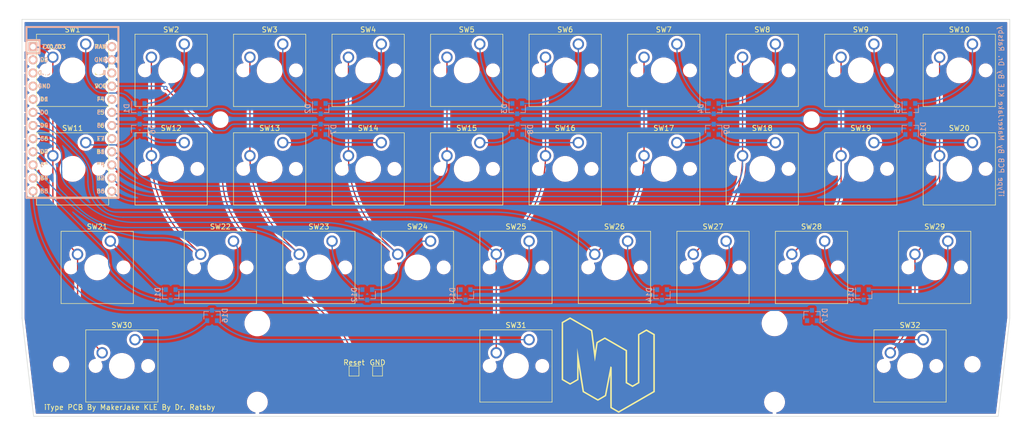
<source format=kicad_pcb>
(kicad_pcb (version 20211014) (generator pcbnew)
  (layers (0 "F.Cu" signal) (31 "B.Cu" signal) (34 "B.Paste" user) (35 "F.Paste" user) (36 "B.SilkS" user "B.Silkscreen") (37 "F.SilkS" user "F.Silkscreen") (38 "B.Mask" user) (39 "F.Mask" user) (44 "Edge.Cuts" user))
  (net 0 "")
  (net 1 "Col9")
  (net 2 "Net-(D1-Pad2)")
  (net 3 "Net-(D1-Pad1)")
  (net 4 "Net-(D2-Pad2)")
  (net 5 "Net-(D2-Pad1)")
  (net 6 "Net-(D3-Pad2)")
  (net 7 "Net-(D3-Pad1)")
  (net 8 "Net-(D4-Pad2)")
  (net 9 "Net-(D4-Pad1)")
  (net 10 "Net-(D5-Pad2)")
  (net 11 "Net-(D5-Pad1)")
  (net 12 "Row0")
  (net 13 "Net-(D6-Pad2)")
  (net 14 "Net-(D6-Pad1)")
  (net 15 "Row1")
  (net 16 "Row2")
  (net 17 "Row3")
  (net 18 "Col0")
  (net 19 "Col1")
  (net 20 "Col2")
  (net 21 "Col3")
  (net 22 "Col4")
  (net 23 "Col5")
  (net 24 "Net-(D11-Pad2)")
  (net 25 "Net-(D11-Pad1)")
  (net 26 "Net-(D12-Pad2)")
  (net 27 "Net-(D12-Pad1)")
  (net 28 "Net-(D13-Pad2)")
  (net 30 "Net-(D14-Pad2)")
  (net 31 "Net-(D14-Pad1)")
  (net 32 "Net-(D15-Pad2)")
  (net 33 "Net-(D15-Pad1)")
  (net 34 "Col6")
  (net 35 "Col7")
  (net 36 "Col8")
  (net 37 "rst")
  (net 38 "GND")
  (net 47 "Net-(SW13-Pad1)")
  (net 48 "Net-(SW14-Pad1)")
  (net 49 "Net-(SW15-Pad1)")
  (net 50 "Net-(SW16-Pad1)")
  (net 51 "Net-(SW17-Pad1)")
  (net 52 "Net-(SW18-Pad1)")
  (net 53 "Net-(SW19-Pad1)")
  (net 54 "Net-(SW20-Pad1)")
  (net 55 "Net-(SW30-Pad1)")
  (net 56 "Net-(SW31-Pad1)")
  (net 58 "Net-(SW32-Pad1)")
  (footprint "Button_Switch_Keyboard:SW_Cherry_MX_1.00u_PCB" (layer "F.Cu") (at 29.591 11.43)
    (fp_text reference "SW1")
    (fp_text value "Switch_SW_Push")
  )
  (footprint "Button_Switch_Keyboard:SW_Cherry_MX_1.00u_PCB" (layer "F.Cu") (at 162.941 11.43)
    (fp_text reference "SW8")
    (fp_text value "Switch_SW_Push")
  )
  (footprint "Button_Switch_Keyboard:SW_Cherry_MX_1.00u_PCB" (layer "F.Cu") (at 153.416 49.53)
    (fp_text reference "SW27")
    (fp_text value "Switch_SW_Push")
  )
  (footprint "Button_Switch_Keyboard:SW_Cherry_MX_1.00u_PCB" (layer "F.Cu") (at 181.991 11.43)
    (fp_text reference "SW9")
    (fp_text value "Switch_SW_Push")
  )
  (footprint "Button_Switch_Keyboard:SW_Cherry_MX_1.00u_PCB" (layer "F.Cu") (at 29.591 30.48)
    (fp_text reference "SW11")
    (fp_text value "Switch_SW_Push")
  )
  (footprint "Button_Switch_Keyboard:SW_Cherry_MX_1.00u_PCB" (layer "F.Cu") (at 181.991 30.48)
    (fp_text reference "SW19")
    (fp_text value "Switch_SW_Push")
  )
  (footprint "Keebio-Parts:ArduinoProMicro" (layer "F.Cu") (at 27.016 25.905 -90)
    (fp_text reference "U1" hide)
    (fp_text value "Switch_ProMicro" hide)
  )
  (footprint "Button_Switch_Keyboard:SW_Cherry_MX_1.00u_PCB" (layer "F.Cu") (at 143.891 30.48)
    (fp_text reference "SW17")
    (fp_text value "Switch_SW_Push")
  )
  (footprint "Button_Switch_Keyboard:SW_Cherry_MX_1.00u_PCB" (layer "F.Cu") (at 134.366 49.53)
    (fp_text reference "SW26")
    (fp_text value "Switch_SW_Push")
  )
  (footprint "Button_Switch_Keyboard:SW_Cherry_MX_1.00u_PCB" (layer "F.Cu") (at 86.741 30.48)
    (fp_text reference "SW14")
    (fp_text value "Switch_SW_Push")
  )
  (footprint "MountingHole:MountingHole_2.2mm_M2" (layer "F.Cu") (at 201.041 73.3425)
    (fp_text reference "REF**" hide)
    (fp_text value "MountingHole_2.2mm_M2")
  )
  (footprint "Button_Switch_Keyboard:SW_Cherry_MX_1.50u_PCB" (layer "F.Cu") (at 196.2785 49.53)
    (fp_text reference "SW29")
    (fp_text value "Switch_SW_Push")
  )
  (footprint "Button_Switch_Keyboard:SW_Cherry_MX_1.00u_PCB" (layer "F.Cu") (at 124.841 11.43)
    (fp_text reference "SW6")
    (fp_text value "Switch_SW_Push")
  )
  (footprint "Button_Switch_Keyboard:SW_Cherry_MX_1.00u_PCB" (layer "F.Cu") (at 96.266 49.53)
    (fp_text reference "SW24")
    (fp_text value "Switch_SW_Push")
  )
  (footprint "MountingHole:MountingHole_2.2mm_M2" (layer "F.Cu") (at 24.8285 73.3425)
    (fp_text reference "REF**" hide)
    (fp_text value "MountingHole_2.2mm_M2")
  )
  (footprint "Button_Switch_Keyboard:SW_Cherry_MX_1.00u_PCB" (layer "F.Cu") (at 172.466 49.53)
    (fp_text reference "SW28")
    (fp_text value "Switch_SW_Push")
  )
  (footprint "Button_Switch_Keyboard:SW_Cherry_MX_1.00u_PCB" (layer "F.Cu") (at 86.741 11.43)
    (fp_text reference "SW4")
    (fp_text value "Switch_SW_Push")
  )
  (footprint "MountingHole:MountingHole_2.2mm_M2" (layer "F.Cu") (at 55.626 26.035)
    (fp_text reference "REF**" hide)
    (fp_text value "MountingHole_2.2mm_M2")
  )
  (footprint "Button_Switch_Keyboard:SW_Cherry_MX_1.00u_PCB" (layer "F.Cu") (at 105.791 11.43)
    (fp_text reference "SW5")
    (fp_text value "Switch_SW_Push")
  )
  (footprint "Button_Switch_Keyboard:SW_Cherry_MX_1.00u_PCB" (layer "F.Cu") (at 124.841 30.48)
    (fp_text reference "SW16")
    (fp_text value "Switch_SW_Push")
  )
  (footprint "Button_Switch_Keyboard:SW_Cherry_MX_1.75u_PCB" (layer "F.Cu") (at 191.516 68.58)
    (fp_text reference "SW32")
    (fp_text value "Switch_SW_Push")
  )
  (footprint "Button_Switch_Keyboard:SW_Cherry_MX_1.00u_PCB" (layer "F.Cu") (at 48.641 11.43)
    (fp_text reference "SW2")
    (fp_text value "Switch_SW_Push")
  )
  (footprint "Button_Switch_Keyboard:SW_Cherry_MX_1.00u_PCB" (layer "F.Cu") (at 201.041 11.43)
    (fp_text reference "SW10")
    (fp_text value "Switch_SW_Push")
  )
  (footprint "Button_Switch_Keyboard:SW_Cherry_MX_1.00u_PCB" (layer "F.Cu") (at 105.791 30.48)
    (fp_text reference "SW15")
    (fp_text value "Switch_SW_Push")
  )
  (footprint "Button_Switch_Keyboard:SW_Cherry_MX_1.00u_PCB" (layer "F.Cu") (at 162.941 30.48)
    (fp_text reference "SW18")
    (fp_text value "Switch_SW_Push")
  )
  (footprint "Button_Switch_Keyboard:SW_Cherry_MX_1.00u_PCB" (layer "F.Cu") (at 67.691 11.43)
    (fp_text reference "SW3")
    (fp_text value "Switch_SW_Push")
  )
  (footprint "TestPoint:TestPoint_Pad_1.5x1.5mm" (layer "F.Cu") (at 86.016 74.655)
    (fp_text reference "GND")
    (fp_text value "TestPoint")
  )
  (footprint "TestPoint:TestPoint_Pad_1.5x1.5mm" (layer "F.Cu") (at 81.466 74.655)
    (fp_text reference "Reset")
    (fp_text value "TestPoint")
  )
  (footprint "Button_Switch_Keyboard:SW_Cherry_MX_1.00u_PCB" (layer "F.Cu") (at 67.691 30.48)
    (fp_text reference "SW13")
    (fp_text value "Switch_SW_Push")
  )
  (footprint "Button_Switch_Keyboard:SW_Cherry_MX_6.25u_PCB" (layer "F.Cu") (at 115.316 68.58)
    (fp_text reference "SW31")
    (fp_text value "Switch_SW_Push")
  )
  (footprint "Button_Switch_Keyboard:SW_Cherry_MX_1.00u_PCB" (layer "F.Cu") (at 143.891 11.43)
    (fp_text reference "SW7")
    (fp_text value "Switch_SW_Push")
  )
  (footprint "Button_Switch_Keyboard:SW_Cherry_MX_1.00u_PCB" (layer "F.Cu") (at 77.216 49.53)
    (fp_text reference "SW23")
    (fp_text value "Switch_SW_Push")
  )
  (footprint "Button_Switch_Keyboard:SW_Cherry_MX_1.00u_PCB" (layer "F.Cu") (at 58.166 49.53)
    (fp_text reference "SW22")
    (fp_text value "Switch_SW_Push")
  )
  (footprint "Button_Switch_Keyboard:SW_Cherry_MX_1.00u_PCB" (layer "F.Cu") (at 48.641 30.48)
    (fp_text reference "SW12")
    (fp_text value "Switch_SW_Push")
  )
  (footprint "cubepattern:MakerJakeLogo" (layer "F.Cu") (at 130.826 74.91)
    (fp_text reference "G***" hide)
    (fp_text value "LOGO" hide)
  )
  (footprint "Button_Switch_Keyboard:SW_Cherry_MX_1.00u_PCB" (layer "F.Cu") (at 115.316 49.53)
    (fp_text reference "SW25")
    (fp_text value "Switch_SW_Push")
  )
  (footprint "Button_Switch_Keyboard:SW_Cherry_MX_1.50u_PCB" (layer "F.Cu") (at 34.3535 49.53)
    (fp_text reference "SW21")
    (fp_text value "Switch_SW_Push")
  )
  (footprint "Button_Switch_Keyboard:SW_Cherry_MX_1.75u_PCB" (layer "F.Cu") (at 39.116 68.58)
    (fp_text reference "SW30")
    (fp_text value "Switch_SW_Push")
  )
  (footprint "Button_Switch_Keyboard:SW_Cherry_MX_1.00u_PCB" (layer "F.Cu") (at 201.041 30.48)
    (fp_text reference "SW20")
    (fp_text value "Switch_SW_Push")
  )
  (footprint "MountingHole:MountingHole_2.2mm_M2" (layer "F.Cu") (at 169.926 26.035)
    (fp_text reference "REF**" hide)
    (fp_text value "MountingHole_2.2mm_M2")
  )
  (footprint "Package_TO_SOT_SMD:SOT-23" (layer "B.Cu") (at 189.016 27.905 90)
    (fp_text reference "D10")
    (fp_text value "BAV70")
  )
  (footprint "Package_TO_SOT_SMD:SOT-23" (layer "B.Cu") (at 75.016 27.905 90)
    (fp_text reference "D7")
    (fp_text value "BAV70")
  )
  (footprint "Package_TO_SOT_SMD:SOT-23" (layer "B.Cu") (at 40.016 23.905 -90)
    (fp_text reference "D1")
    (fp_text value "BAV70")
  )
  (footprint "Package_TO_SOT_SMD:SOT-23" (layer "B.Cu") (at 151.016 23.905 -90)
    (fp_text reference "D4")
    (fp_text value "BAV70")
  )
  (footprint "Package_TO_SOT_SMD:SOT-23" (layer "B.Cu") (at 46.016 59.905 -90)
    (fp_text reference "D11")
    (fp_text value "BAV70")
  )
  (footprint "Package_TO_SOT_SMD:SOT-23" (layer "B.Cu") (at 189.016 23.905 -90)
    (fp_text reference "D5")
    (fp_text value "BAV70")
  )
  (footprint "Package_TO_SOT_SMD:SOT-23" (layer "B.Cu") (at 75.016 23.905 -90)
    (fp_text reference "D2")
    (fp_text value "BAV70")
  )
  (footprint "Package_TO_SOT_SMD:SOT-23" (layer "B.Cu") (at 40.016 27.905 90)
    (fp_text reference "D6")
    (fp_text value "BAV70")
  )
  (footprint "Package_TO_SOT_SMD:SOT-23" (layer "B.Cu") (at 170.016 63.905 90)
    (fp_text reference "D17")
    (fp_text value "BAV70")
  )
  (footprint "Package_TO_SOT_SMD:SOT-23" (layer "B.Cu") (at 141.016 59.905 -90)
    (fp_text reference "D14")
    (fp_text value "BAV70")
  )
  (footprint "Package_TO_SOT_SMD:SOT-23" (layer "B.Cu") (at 113.066 27.905 90)
    (fp_text reference "D8")
    (fp_text value "BAV70")
  )
  (footprint "Package_TO_SOT_SMD:SOT-23" (layer "B.Cu") (at 151.016 27.905 90)
    (fp_text reference "D9")
    (fp_text value "BAV70")
  )
  (footprint "Package_TO_SOT_SMD:SOT-23" (layer "B.Cu") (at 180.016 59.905 -90)
    (fp_text reference "D15")
    (fp_text value "BAV70")
  )
  (footprint "Package_TO_SOT_SMD:SOT-23" (layer "B.Cu") (at 84.016 59.905 -90)
    (fp_text reference "D12")
    (fp_text value "BAV70")
  )
  (footprint "Package_TO_SOT_SMD:SOT-23" (layer "B.Cu") (at 103.016 59.905 -90)
    (fp_text reference "D13")
    (fp_text value "BAV70")
  )
  (footprint "Package_TO_SOT_SMD:SOT-23" (layer "B.Cu") (at 113.016 23.905 -90)
    (fp_text reference "D3")
    (fp_text value "BAV70")
  )
  (footprint "Package_TO_SOT_SMD:SOT-23" (layer "B.Cu") (at 54.016 63.905 90)
    (fp_text reference "D16")
    (fp_text value "BAV70")
  )
  (gr_line (start 208.266 6.655) (end 208.266 64.405) (layer "Edge.Cuts") (width 0.1))
  (gr_line (start 17.266 6.655) (end 208.266 6.655) (layer "Edge.Cuts") (width 0.1))
  (gr_line (start 19.516 83.405) (end 17.266 64.405) (layer "Edge.Cuts") (width 0.1))
  (gr_line (start 17.266 64.405) (end 17.266 6.655) (layer "Edge.Cuts") (width 0.1))
  (gr_line (start 206.016 83.405) (end 19.516 83.405) (layer "Edge.Cuts") (width 0.1))
  (gr_line (start 208.266 64.405) (end 206.016 83.405) (layer "Edge.Cuts") (width 0.1))
  (gr_text "iType PCB By MakerJake KLE By Dr. Ratsby" (at 206.576 24.41 -90) (layer "B.SilkS") (effects (font (size 1 1)) (justify mirror)))
  (gr_text "iType PCB By MakerJake KLE By Dr. Ratsby" (at 38.076 81.66) (layer "F.SilkS") (effects (font (size 1 1))))
  (segment (start 194.691 33.02) (end 194.691 40.572308) (width 0.25) (layer "F.Cu") (net 1))
  (segment (start 194.691 13.97) (end 194.691 33.02) (width 0.25) (layer "F.Cu") (net 1))
  (segment (start 189.9285 52.07) (end 189.9285 59.622308) (width 0.25) (layer "F.Cu") (net 1))
  (arc (start 194.691 40.572308) (mid 193.453267 46.794814) (end 189.9285 52.07) (width 0.25) (layer "F.Cu") (net 1))
  (arc (start 189.9285 59.622308) (mid 188.690767 65.844814) (end 185.166 71.12) (width 0.25) (layer "F.Cu") (net 1))
  (segment (start 39.536853 41.905) (end 184.359146 41.905) (width 0.25) (layer "B.Cu") (net 1))
  (segment (start 194.691 36.275406) (end 194.691 33.02) (width 0.25) (layer "B.Cu") (net 1))
  (segment (start 193.761625 38.156291) (end 194.016 37.905) (width 0.25) (layer "B.Cu") (net 1))
  (arc (start 194.016 37.905) (mid 194.515573 37.157337) (end 194.691 36.275406) (width 0.25) (layer "B.Cu") (net 1))
  (arc (start 184.359146 41.905) (mid 189.585397 40.865434) (end 194.016 37.905) (width 0.25) (layer "B.Cu") (net 1))
  (arc (start 34.636 39.875) (mid 36.88453 41.37742) (end 39.536853 41.905) (width 0.25) (layer "B.Cu") (net 1))
  (segment (start 46.172675 20.748324) (end 47.016 19.905) (width 0.25) (layer "B.Cu") (net 2))
  (segment (start 48.641 15.981903) (end 48.641 11.43) (width 0.25) (layer "B.Cu") (net 2))
  (arc (start 40.966 22.905) (mid 43.783832 22.344498) (end 46.172675 20.748324) (width 0.25) (layer "B.Cu") (net 2))
  (arc (start 47.016 19.905) (mid 48.218677 18.105069) (end 48.641 15.981903) (width 0.25) (layer "B.Cu") (net 2))
  (segment (start 29.591 16.464746) (end 29.591 11.43) (width 0.25) (layer "B.Cu") (net 3))
  (segment (start 37.797151 21.636151) (end 39.066 22.905) (width 0.25) (layer "B.Cu") (net 3))
  (segment (start 33.027311 20.893689) (end 36.004689 20.893689) (width 0.25) (layer "B.Cu") (net 3))
  (segment (start 31.281586 20.170586) (end 31.016 19.905) (width 0.25) (layer "B.Cu") (net 3))
  (arc (start 36.004689 20.893689) (mid 36.974762 21.086649) (end 37.797151 21.636151) (width 0.25) (layer "B.Cu") (net 3))
  (arc (start 33.027311 20.893689) (mid 32.082531 20.705761) (end 31.281586 20.170586) (width 0.25) (layer "B.Cu") (net 3))
  (arc (start 31.016 19.905) (mid 29.961346 18.326598) (end 29.591 16.464746) (width 0.25) (layer "B.Cu") (net 3))
  (segment (start 75.966 22.905) (end 77.77336 22.905) (width 0.25) (layer "B.Cu") (net 4))
  (segment (start 86.741 15.740482) (end 86.741 11.43) (width 0.25) (layer "B.Cu") (net 4))
  (segment (start 84.79566 20.122266) (end 85.016 19.905) (width 0.25) (layer "B.Cu") (net 4))
  (arc (start 85.016 19.905) (mid 86.292687 17.994304) (end 86.741 15.740482) (width 0.25) (layer "B.Cu") (net 4))
  (arc (start 77.77336 22.905) (mid 81.693048 22.125326) (end 85.016 19.905) (width 0.25) (layer "B.Cu") (net 4))
  (segment (start 72.273538 22.162538) (end 69.016 18.905) (width 0.25) (layer "B.Cu") (net 5))
  (segment (start 67.691 15.706168) (end 67.691 11.43) (width 0.25) (layer "B.Cu") (net 5))
  (arc (start 69.016 18.905) (mid 68.035357 17.437364) (end 67.691 15.706168) (width 0.25) (layer "B.Cu") (net 5))
  (arc (start 74.066 22.905) (mid 73.095927 22.71204) (end 72.273538 22.162538) (width 0.25) (layer "B.Cu") (net 5))
  (segment (start 124.841 15.499061) (end 124.841 11.43) (width 0.25) (layer "B.Cu") (net 6))
  (segment (start 122.79566 20.122266) (end 123.016 19.905) (width 0.25) (layer "B.Cu") (net 6))
  (segment (start 113.966 22.905) (end 115.77336 22.905) (width 0.25) (layer "B.Cu") (net 6))
  (arc (start 123.016 19.905) (mid 124.366698 17.883538) (end 124.841 15.499061) (width 0.25) (layer "B.Cu") (net 6))
  (arc (start 115.77336 22.905) (mid 119.693048 22.125326) (end 123.016 19.905) (width 0.25) (layer "B.Cu") (net 6))
  (segment (start 105.791 11.43) (end 105.791 11.704948) (width 0.25) (layer "B.Cu") (net 7))
  (segment (start 110.016 21.905) (end 110.273537 22.162537) (width 0.25) (layer "B.Cu") (net 7))
  (arc (start 110.273537 22.162537) (mid 111.095926 22.71204) (end 112.066 22.905) (width 0.25) (layer "B.Cu") (net 7))
  (arc (start 105.791 11.704948) (mid 106.889041 17.225176) (end 110.016 21.905) (width 0.25) (layer "B.Cu") (net 7))
  (segment (start 151.966 22.905) (end 152.359146 22.905) (width 0.25) (layer "B.Cu") (net 8))
  (segment (start 161.761625 19.156291) (end 162.016 18.905) (width 0.25) (layer "B.Cu") (net 8))
  (segment (start 162.941 16.671853) (end 162.941 11.43) (width 0.25) (layer "B.Cu") (net 8))
  (arc (start 162.016 18.905) (mid 162.7006 17.880424) (end 162.941 16.671853) (width 0.25) (layer "B.Cu") (net 8))
  (arc (start 152.359146 22.905) (mid 157.585397 21.865434) (end 162.016 18.905) (width 0.25) (layer "B.Cu") (net 8))
  (segment (start 148.016 21.905) (end 148.273537 22.162537) (width 0.25) (layer "B.Cu") (net 9))
  (segment (start 143.891 11.43) (end 143.891 11.94637) (width 0.25) (layer "B.Cu") (net 9))
  (arc (start 148.273537 22.162537) (mid 149.095926 22.71204) (end 150.066 22.905) (width 0.25) (layer "B.Cu") (net 9))
  (arc (start 143.891 11.94637) (mid 144.963052 17.335941) (end 148.016 21.905) (width 0.25) (layer "B.Cu") (net 9))
  (segment (start 189.966 22.905) (end 190.359146 22.905) (width 0.25) (layer "B.Cu") (net 10))
  (segment (start 199.761625 19.156291) (end 200.016 18.905) (width 0.25) (layer "B.Cu") (net 10))
  (segment (start 201.041 16.430432) (end 201.041 11.43) (width 0.25) (layer "B.Cu") (net 10))
  (arc (start 200.016 18.905) (mid 200.774611 17.769659) (end 201.041 16.430432) (width 0.25) (layer "B.Cu") (net 10))
  (arc (start 190.359146 22.905) (mid 195.585397 21.865434) (end 200.016 18.905) (width 0.25) (layer "B.Cu") (net 10))
  (segment (start 186.016 21.905) (end 186.273537 22.162537) (width 0.25) (layer "B.Cu") (net 11))
  (segment (start 181.991 11.43) (end 181.991 12.187791) (width 0.25) (layer "B.Cu") (net 11))
  (arc (start 181.991 12.187791) (mid 183.037063 17.446706) (end 186.016 21.905) (width 0.25) (layer "B.Cu") (net 11))
  (arc (start 186.273537 22.162537) (mid 187.095926 22.71204) (end 188.066 22.905) (width 0.25) (layer "B.Cu") (net 11))
  (segment (start 189.016 24.905) (end 172.521035 24.905) (width 0.25) (layer "B.Cu") (net 12))
  (segment (start 52.880965 24.905) (end 40.016 24.905) (width 0.25) (layer "B.Cu") (net 12))
  (segment (start 168.326 24.41) (end 168.191625 24.544375) (width 0.25) (layer "B.Cu") (net 12))
  (segment (start 35.287837 24.905) (end 40.016 24.905) (width 0.25) (layer "B.Cu") (net 12))
  (segment (start 55.868894 23.91) (end 55.283106 23.91) (width 0.25) (layer "B.Cu") (net 12))
  (segment (start 170.118894 23.91) (end 169.533106 23.91) (width 0.25) (layer "B.Cu") (net 12))
  (segment (start 167.321 24.905) (end 58.271035 24.905) (width 0.25) (layer "B.Cu") (net 12))
  (arc (start 34.636 24.635) (mid 34.935065 24.834829) (end 35.287837 24.905) (width 0.25) (layer "B.Cu") (net 12))
  (arc (start 168.191625 24.544375) (mid 167.79218 24.811276) (end 167.321 24.905) (width 0.25) (layer "B.Cu") (net 12))
  (arc (start 58.271035 24.905) (mid 57.624287 24.776354) (end 57.076 24.41) (width 0.25) (layer "B.Cu") (net 12))
  (arc (start 172.521035 24.905) (mid 171.874287 24.776354) (end 171.326 24.41) (width 0.25) (layer "B.Cu") (net 12))
  (arc (start 57.076 24.41) (mid 56.522175 24.039946) (end 55.868894 23.91) (width 0.25) (layer "B.Cu") (net 12))
  (arc (start 169.533106 23.91) (mid 168.879825 24.039946) (end 168.326 24.41) (width 0.25) (layer "B.Cu") (net 12))
  (arc (start 55.283106 23.91) (mid 54.629825 24.039946) (end 54.076 24.41) (width 0.25) (layer "B.Cu") (net 12))
  (arc (start 171.326 24.41) (mid 170.772175 24.039946) (end 170.118894 23.91) (width 0.25) (layer "B.Cu") (net 12))
  (arc (start 54.076 24.41) (mid 53.527714 24.776353) (end 52.880965 24.905) (width 0.25) (layer "B.Cu") (net 12))
  (segment (start 39.066 28.905) (end 37.808462 30.162538) (width 0.25) (layer "B.Cu") (net 13))
  (segment (start 30.027311 30.916311) (end 35.988693 30.916311) (width 0.25) (layer "B.Cu") (net 13))
  (segment (start 29.591 30.48) (end 30.027311 30.916311) (width 0.25) (layer "B.Cu") (net 13))
  (arc (start 37.808462 30.162538) (mid 36.986074 30.71204) (end 36.016 30.905) (width 0.25) (layer "B.Cu") (net 13))
  (arc (start 35.988693 30.916311) (mid 36.003471 30.913372) (end 36.016 30.905) (width 0.25) (layer "B.Cu") (net 13))
  (segment (start 44.768386 30.48) (end 48.641 30.48) (width 0.25) (layer "B.Cu") (net 14))
  (arc (start 40.966 28.905) (mid 42.710549 30.070671) (end 44.768386 30.48) (width 0.25) (layer "B.Cu") (net 14))
  (segment (start 57.477446 27.258553) (end 56.85633 27.87967) (width 0.25) (layer "B.Cu") (net 15))
  (segment (start 168.576 27.66) (end 168.344259 27.428259) (width 0.25) (layer "B.Cu") (net 15))
  (segment (start 52.821 26.905) (end 40.016 26.905) (width 0.25) (layer "B.Cu") (net 15))
  (segment (start 172.154224 27.081777) (end 171.576 27.66) (width 0.25) (layer "B.Cu") (net 15))
  (segment (start 170.368894 28.16) (end 169.783106 28.16) (width 0.25) (layer "B.Cu") (net 15))
  (segment (start 40.016 26.905) (end 35.287837 26.905) (width 0.25) (layer "B.Cu") (net 15))
  (segment (start 53.868893 27.702893) (end 53.247777 27.081777) (width 0.25) (layer "B.Cu") (net 15))
  (segment (start 189.016 26.905) (end 172.581 26.905) (width 0.25) (layer "B.Cu") (net 15))
  (segment (start 56.179554 28.16) (end 54.972446 28.16) (width 0.25) (layer "B.Cu") (net 15))
  (segment (start 167.081 26.905) (end 58.331 26.905) (width 0.25) (layer "B.Cu") (net 15))
  (arc (start 54.972446 28.16) (mid 54.375208 28.041202) (end 53.868893 27.702893) (width 0.25) (layer "B.Cu") (net 15))
  (arc (start 172.581 26.905) (mid 172.35003 26.950943) (end 172.154224 27.081777) (width 0.25) (layer "B.Cu") (net 15))
  (arc (start 56.85633 27.87967) (mid 56.545823 28.087144) (end 56.179554 28.16) (width 0.25) (layer "B.Cu") (net 15))
  (arc (start 171.576 27.66) (mid 171.022175 28.030054) (end 170.368894 28.16) (width 0.25) (layer "B.Cu") (net 15))
  (arc (start 168.344259 27.428259) (mid 167.764672 27.04099) (end 167.081 26.905) (width 0.25) (layer "B.Cu") (net 15))
  (arc (start 169.783106 28.16) (mid 169.129825 28.030054) (end 168.576 27.66) (width 0.25) (layer "B.Cu") (net 15))
  (arc (start 58.331 26.905) (mid 57.86906 26.996886) (end 57.477446 27.258553) (width 0.25) (layer "B.Cu") (net 15))
  (arc (start 53.247777 27.081777) (mid 53.05197 26.950943) (end 52.821 26.905) (width 0.25) (layer "B.Cu") (net 15))
  (arc (start 35.287837 26.905) (mid 34.935066 26.97517) (end 34.636 27.175) (width 0.25) (layer "B.Cu") (net 15))
  (segment (start 180.016 60.905) (end 46.016 60.905) (width 0.25) (layer "B.Cu") (net 16))
  (segment (start 35.77336 56.662359) (end 35.016 55.905) (width 0.25) (layer "B.Cu") (net 16))
  (segment (start 34.016 53.490787) (end 34.016 52.905) (width 0.25) (layer "B.Cu") (net 16))
  (segment (start 33.308893 51.197893) (end 19.481356 37.370356) (width 0.25) (layer "B.Cu") (net 16))
  (arc (start 19.481356 37.370356) (mid 19.442195 37.344189) (end 19.396 37.335) (width 0.25) (layer "B.Cu") (net 16))
  (arc (start 34.016 52.905) (mid 33.832229 51.98112) (end 33.308893 51.197893) (width 0.25) (layer "B.Cu") (net 16))
  (arc (start 35.016 55.905) (mid 34.275892 54.79735) (end 34.016 53.490787) (width 0.25) (layer "B.Cu") (net 16))
  (arc (start 46.016 60.905) (mid 40.472723 59.802374) (end 35.77336 56.662359) (width 0.25) (layer "B.Cu") (net 16))
  (segment (start 54.016 62.905) (end 37.672854 62.905) (width 0.25) (layer "B.Cu") (net 17))
  (segment (start 54.016 62.905) (end 170.016 62.905) (width 0.25) (layer "B.Cu") (net 17))
  (segment (start 28.016 58.905) (end 26.756982 57.645982) (width 0.25) (layer "B.Cu") (net 17))
  (arc (start 37.672854 62.905) (mid 32.446603 61.865434) (end 28.016 58.905) (width 0.25) (layer "B.Cu") (net 17))
  (arc (start 26.756982 57.645982) (mid 21.309057 49.492587) (end 19.396 39.875) (width 0.25) (layer "B.Cu") (net 17))
  (segment (start 28.016 52.100177) (end 28.016 59.652486) (width 0.25) (layer "F.Cu") (net 18))
  (segment (start 23.241 33.02) (end 23.241 40.572308) (width 0.25) (layer "F.Cu") (net 18))
  (segment (start 23.241 13.97) (end 23.241 33.02) (width 0.25) (layer "F.Cu") (net 18))
  (arc (start 28.0035 52.07) (mid 28.012751 52.083844) (end 28.016 52.100177) (width 0.25) (layer "F.Cu") (net 18))
  (arc (start 23.241 40.572308) (mid 24.478733 46.794814) (end 28.0035 52.07) (width 0.25) (layer "F.Cu") (net 18))
  (arc (start 28.016 59.652486) (mid 29.250484 65.858659) (end 32.766 71.12) (width 0.25) (layer "F.Cu") (net 18))
  (segment (start 22.485864 13.214863) (end 23.241 13.97) (width 0.25) (layer "B.Cu") (net 18))
  (arc (start 19.396 11.935) (mid 21.068222 12.267626) (end 22.485864 13.214863) (width 0.25) (layer "B.Cu") (net 18))
  (segment (start 49.026192 49.280192) (end 51.816 52.07) (width 0.25) (layer "F.Cu") (net 19))
  (segment (start 42.291 13.97) (end 42.291 33.02) (width 0.25) (layer "F.Cu") (net 19))
  (arc (start 42.291 33.02) (mid 44.041419 41.819952) (end 49.026192 49.280192) (width 0.25) (layer "F.Cu") (net 19))
  (segment (start 19.742482 35.631483) (end 25.944932 41.833932) (width 0.25) (layer "B.Cu") (net 19))
  (segment (start 43.016 48.905) (end 44.175015 48.905) (width 0.25) (layer "B.Cu") (net 19))
  (arc (start 44.175015 48.905) (mid 48.310286 49.727557) (end 51.816 52.07) (width 0.25) (layer "B.Cu") (net 19))
  (arc (start 25.944932 41.833932) (mid 33.777204 47.067289) (end 43.016 48.905) (width 0.25) (layer "B.Cu") (net 19))
  (arc (start 19.396 34.795) (mid 19.486048 35.247701) (end 19.742482 35.631483) (width 0.25) (layer "B.Cu") (net 19))
  (segment (start 61.341 13.97) (end 61.341 33.02) (width 0.25) (layer "F.Cu") (net 20))
  (segment (start 68.076192 49.280192) (end 70.866 52.07) (width 0.25) (layer "F.Cu") (net 20))
  (arc (start 61.341 33.02) (mid 63.091419 41.819952) (end 68.076192 49.280192) (width 0.25) (layer "F.Cu") (net 20))
  (segment (start 24.016 37.319213) (end 24.016 37.905) (width 0.25) (layer "B.Cu") (net 20))
  (segment (start 24.723106 39.612105) (end 26.430214 41.319213) (width 0.25) (layer "B.Cu") (net 20))
  (segment (start 23.016 34.905) (end 21.051894 32.940894) (width 0.25) (layer "B.Cu") (net 20))
  (segment (start 37.672854 46.905) (end 58.396587 46.905) (width 0.25) (layer "B.Cu") (net 20))
  (segment (start 26.430214 41.319213) (end 28.016 42.905) (width 0.25) (layer "B.Cu") (net 20))
  (arc (start 24.016 37.905) (mid 24.199771 38.828879) (end 24.723106 39.612105) (width 0.25) (layer "B.Cu") (net 20))
  (arc (start 23.016 34.905) (mid 23.756108 36.01265) (end 24.016 37.319213) (width 0.25) (layer "B.Cu") (net 20))
  (arc (start 58.396587 46.905) (mid 65.144984 48.24734) (end 70.866 52.07) (width 0.25) (layer "B.Cu") (net 20))
  (arc (start 28.016 42.905) (mid 32.446602 45.865434) (end 37.672854 46.905) (width 0.25) (layer "B.Cu") (net 20))
  (arc (start 21.051894 32.940894) (mid 20.292164 32.433258) (end 19.396 32.255) (width 0.25) (layer "B.Cu") (net 20))
  (segment (start 80.391 13.97) (end 80.391 33.02) (width 0.25) (layer "F.Cu") (net 21))
  (segment (start 87.126192 49.280192) (end 89.916 52.07) (width 0.25) (layer "F.Cu") (net 21))
  (arc (start 80.391 33.02) (mid 82.141419 41.819952) (end 87.126192 49.280192) (width 0.25) (layer "F.Cu") (net 21))
  (segment (start 75.032374 45.905) (end 39.016 45.905) (width 0.25) (layer "B.Cu") (net 21))
  (segment (start 28.773359 41.662359) (end 26.016 38.905) (width 0.25) (layer "B.Cu") (net 21))
  (segment (start 19.396 29.715) (end 21.143086 29.715) (width 0.25) (layer "B.Cu") (net 21))
  (segment (start 23.873251 30.765641) (end 24.016 30.905) (width 0.25) (layer "B.Cu") (net 21))
  (segment (start 24.925979 36.273457) (end 24.925979 33.101883) (width 0.25) (layer "B.Cu") (net 21))
  (arc (start 89.916 52.07) (mid 83.087334 47.507231) (end 75.032374 45.905) (width 0.25) (layer "B.Cu") (net 21))
  (arc (start 21.143086 29.715) (mid 22.697895 30.024271) (end 24.016 30.905) (width 0.25) (layer "B.Cu") (net 21))
  (arc (start 26.016 38.905) (mid 25.209265 37.697637) (end 24.925979 36.273457) (width 0.25) (layer "B.Cu") (net 21))
  (arc (start 24.925979 33.101883) (mid 24.689484 31.912939) (end 24.016 30.905) (width 0.25) (layer "B.Cu") (net 21))
  (arc (start 39.016 45.905) (mid 33.472722 44.802374) (end 28.773359 41.662359) (width 0.25) (layer "B.Cu") (net 21))
  (segment (start 99.441 13.97) (end 99.441 33.02) (width 0.25) (layer "F.Cu") (net 22))
  (segment (start 99.441 34.464746) (end 99.441 33.02) (width 0.25) (layer "B.Cu") (net 22))
  (segment (start 48.016 38.905) (end 94.187573 38.905) (width 0.25) (layer "B.Cu") (net 22))
  (segment (start 46.25864 38.905) (end 48.016 38.905) (width 0.25) (layer "B.Cu") (net 22))
  (segment (start 35.882188 32.771188) (end 39.016 35.905) (width 0.25) (layer "B.Cu") (net 22))
  (segment (start 94.187573 38.905) (end 95.601787 38.905) (width 0.25) (layer "B.Cu") (net 22))
  (segment (start 97.878502 38.038432) (end 98.016 37.905) (width 0.25) (layer "B.Cu") (net 22))
  (arc (start 34.636 32.255) (mid 35.310432 32.389153) (end 35.882188 32.771188) (width 0.25) (layer "B.Cu") (net 22))
  (arc (start 98.016 37.905) (mid 99.070655 36.326598) (end 99.441 34.464746) (width 0.25) (layer "B.Cu") (net 22))
  (arc (start 95.601787 38.905) (mid 96.908349 38.645109) (end 98.016 37.905) (width 0.25) (layer "B.Cu") (net 22))
  (arc (start 39.016 35.905) (mid 42.33895 38.125325) (end 46.25864 38.905) (width 0.25) (layer "B.Cu") (net 22))
  (segment (start 111.755808 49.280192) (end 108.966 52.07) (width 0.25) (layer "F.Cu") (net 23))
  (segment (start 118.491 13.97) (end 118.491 33.02) (width 0.25) (layer "F.Cu") (net 23))
  (segment (start 108.966 52.07) (end 108.966 71.12) (width 0.25) (layer "F.Cu") (net 23))
  (arc (start 118.491 33.02) (mid 116.740581 41.819952) (end 111.755808 49.280192) (width 0.25) (layer "F.Cu") (net 23))
  (segment (start 30.016 36.905) (end 30.016 38.076573) (width 0.25) (layer "B.Cu") (net 23))
  (segment (start 36.844427 44.905) (end 91.66816 44.905) (width 0.25) (layer "B.Cu") (net 23))
  (segment (start 31.828324 42.713411) (end 32.016 42.905) (width 0.25) (layer "B.Cu") (net 23))
  (segment (start 24.329538 29.218539) (end 28.601786 33.490786) (width 0.25) (layer "B.Cu") (net 23))
  (arc (start 19.396 27.175) (mid 22.066012 27.706098) (end 24.329538 29.218539) (width 0.25) (layer "B.Cu") (net 23))
  (arc (start 30.016 38.076573) (mid 30.535782 40.689698) (end 32.016 42.905) (width 0.25) (layer "B.Cu") (net 23))
  (arc (start 91.66816 44.905) (mid 101.029683 46.767123) (end 108.966 52.07) (width 0.25) (layer "B.Cu") (net 23))
  (arc (start 32.016 42.905) (mid 34.2313 44.385217) (end 36.844427 44.905) (width 0.25) (layer "B.Cu") (net 23))
  (arc (start 28.601786 33.490786) (mid 29.648457 35.05724) (end 30.016 36.905) (width 0.25) (layer "B.Cu") (net 23))
  (segment (start 58.308893 57.612107) (end 58.016 57.905) (width 0.25) (layer "B.Cu") (net 24))
  (segment (start 59.016 51.582081) (end 59.016 55.905) (width 0.25) (layer "B.Cu") (net 24))
  (segment (start 55.601787 58.905) (end 46.966 58.905) (width 0.25) (layer "B.Cu") (net 24))
  (arc (start 58.166 49.53) (mid 58.795092 50.471502) (end 59.016 51.582081) (width 0.25) (layer "B.Cu") (net 24))
  (arc (start 58.016 57.905) (mid 56.90835 58.645108) (end 55.601787 58.905) (width 0.25) (layer "B.Cu") (net 24))
  (arc (start 59.016 55.905) (mid 58.832229 56.82888) (end 58.308893 57.612107) (width 0.25) (layer "B.Cu") (net 24))
  (segment (start 34.3535 49.53) (end 42.782745 57.959245) (width 0.25) (layer "B.Cu") (net 25))
  (arc (start 42.782745 57.959245) (mid 43.830311 58.659207) (end 45.066 58.905) (width 0.25) (layer "B.Cu") (net 25))
  (segment (start 94.710366 49.53) (end 91.204388 53.035978) (width 0.25) (layer "B.Cu") (net 26))
  (segment (start 90.018391 55.70579) (end 90.016 55.905) (width 0.25) (layer "B.Cu") (net 26))
  (segment (start 89.308893 57.612107) (end 89.016 57.905) (width 0.25) (layer "B.Cu") (net 26))
  (segment (start 96.266 49.53) (end 94.710366 49.53) (width 0.25) (layer "B.Cu") (net 26))
  (segment (start 86.601787 58.905) (end 84.966 58.905) (width 0.25) (layer "B.Cu") (net 26))
  (arc (start 90.016 55.905) (mid 89.832229 56.82888) (end 89.308893 57.612107) (width 0.25) (layer "B.Cu") (net 26))
  (arc (start 91.204388 53.035978) (mid 90.324852 54.352296) (end 90.016 55.905) (width 0.25) (layer "B.Cu") (net 26))
  (arc (start 89.016 57.905) (mid 87.90835 58.645108) (end 86.601787 58.905) (width 0.25) (layer "B.Cu") (net 26))
  (segment (start 77.216 49.53) (end 77.216 50.145203) (width 0.25) (layer "B.Cu") (net 27))
  (segment (start 80.016 56.905) (end 81.308893 58.197893) (width 0.25) (layer "B.Cu") (net 27))
  (segment (start 83.016 58.905) (end 83.066 58.905) (width 0.25) (layer "B.Cu") (net 27))
  (arc (start 77.216 50.145203) (mid 77.943695 53.803578) (end 80.016 56.905) (width 0.25) (layer "B.Cu") (net 27))
  (arc (start 81.308893 58.197893) (mid 82.09212 58.721229) (end 83.016 58.905) (width 0.25) (layer "B.Cu") (net 27))
  (segment (start 109.187573 58.905) (end 103.966 58.905) (width 0.25) (layer "B.Cu") (net 28))
  (segment (start 115.316 49.53) (end 115.316 53.766523) (width 0.25) (layer "B.Cu") (net 28))
  (segment (start 104.016 58.905) (end 103.966 58.905) (width 0.25) (layer "B.Cu") (net 28))
  (segment (start 114.16807 56.748901) (end 114.016 56.905) (width 0.25) (layer "B.Cu") (net 28))
  (arc (start 114.016 56.905) (mid 111.8007 58.385216) (end 109.187573 58.905) (width 0.25) (layer "B.Cu") (net 28))
  (arc (start 115.316 53.766523) (mid 114.978141 55.465054) (end 114.016 56.905) (width 0.25) (layer "B.Cu") (net 28))
  (segment (start 141.966 58.905) (end 147.187573 58.905) (width 0.25) (layer "B.Cu") (net 30))
  (segment (start 152.016 56.905) (end 152.601786 56.319214) (width 0.25) (layer "B.Cu") (net 30))
  (segment (start 154.016 52.905) (end 154.016 50.978528) (width 0.25) (layer "B.Cu") (net 30))
  (arc (start 154.016 50.978528) (mid 153.860066 50.194591) (end 153.416 49.53) (width 0.25) (layer "B.Cu") (net 30))
  (arc (start 147.187573 58.905) (mid 149.800698 58.385218) (end 152.016 56.905) (width 0.25) (layer "B.Cu") (net 30))
  (arc (start 152.601786 56.319214) (mid 153.648458 54.75276) (end 154.016 52.905) (width 0.25) (layer "B.Cu") (net 30))
  (segment (start 139.430213 58.905) (end 140.066 58.905) (width 0.25) (layer "B.Cu") (net 31))
  (segment (start 136.808275 57.693958) (end 137.016 57.905) (width 0.25) (layer "B.Cu") (net 31))
  (segment (start 134.366 49.53) (end 134.366 51.507335) (width 0.25) (layer "B.Cu") (net 31))
  (arc (start 137.016 57.905) (mid 138.12365 58.645108) (end 139.430213 58.905) (width 0.25) (layer "B.Cu") (net 31))
  (arc (start 134.366 51.507335) (mid 135.054712 54.969726) (end 137.016 57.905) (width 0.25) (layer "B.Cu") (net 31))
  (segment (start 194.824411 57.092676) (end 195.016 56.905) (width 0.25) (layer "B.Cu") (net 32))
  (segment (start 180.966 58.905) (end 190.187573 58.905) (width 0.25) (layer "B.Cu") (net 32))
  (segment (start 196.2785 53.857056) (end 196.2785 49.53) (width 0.25) (layer "B.Cu") (net 32))
  (arc (start 190.187573 58.905) (mid 192.800698 58.385218) (end 195.016 56.905) (width 0.25) (layer "B.Cu") (net 32))
  (arc (start 195.016 56.905) (mid 195.950387 55.506592) (end 196.2785 53.857056) (width 0.25) (layer "B.Cu") (net 32))
  (segment (start 175.016 56.905) (end 175.566431 57.455431) (width 0.25) (layer "B.Cu") (net 33))
  (segment (start 172.466 49.53) (end 172.466 50.748756) (width 0.25) (layer "B.Cu") (net 33))
  (arc (start 175.566431 57.455431) (mid 177.172047 58.528269) (end 179.066 58.905) (width 0.25) (layer "B.Cu") (net 33))
  (arc (start 172.466 50.748756) (mid 173.128723 54.080491) (end 175.016 56.905) (width 0.25) (layer "B.Cu") (net 33))
  (segment (start 130.805808 49.280192) (end 128.016 52.07) (width 0.25) (layer "F.Cu") (net 34))
  (segment (start 137.541 13.97) (end 137.541 33.02) (width 0.25) (layer "F.Cu") (net 34))
  (arc (start 137.541 33.02) (mid 135.790581 41.819952) (end 130.805808 49.280192) (width 0.25) (layer "F.Cu") (net 34))
  (segment (start 108.303947 43.905) (end 35.430213 43.905) (width 0.25) (layer "B.Cu") (net 34))
  (segment (start 33.016 42.905) (end 32.430214 42.319214) (width 0.25) (layer "B.Cu") (net 34))
  (segment (start 28.187573 32.076573) (end 21.700595 25.589595) (width 0.25) (layer "B.Cu") (net 34))
  (segment (start 31.018099 39.115722) (end 31.016 38.905) (width 0.25) (layer "B.Cu") (net 34))
  (arc (start 35.430213 43.905) (mid 34.123651 43.645109) (end 33.016 42.905) (width 0.25) (layer "B.Cu") (net 34))
  (arc (start 32.430214 42.319214) (mid 31.383543 40.75276) (end 31.016 38.905) (width 0.25) (layer "B.Cu") (net 34))
  (arc (start 21.700595 25.589595) (mid 20.643239 24.883091) (end 19.396 24.635) (width 0.25) (layer "B.Cu") (net 34))
  (arc (start 31.016 38.905) (mid 30.280916 35.209482) (end 28.187573 32.076573) (width 0.25) (layer "B.Cu") (net 34))
  (arc (start 128.016 52.07) (mid 118.972034 46.027015) (end 108.303947 43.905) (width 0.25) (layer "B.Cu") (net 34))
  (segment (start 156.591 13.97) (end 156.591 33.02) (width 0.25) (layer "F.Cu") (net 35))
  (segment (start 149.855808 49.280192) (end 147.066 52.07) (width 0.25) (layer "F.Cu") (net 35))
  (arc (start 156.591 33.02) (mid 154.840581 41.819952) (end 149.855808 49.280192) (width 0.25) (layer "F.Cu") (net 35))
  (segment (start 156.591 35.102614) (end 156.591 33.02) (width 0.25) (layer "B.Cu") (net 35))
  (segment (start 154.878502 39.038432) (end 155.016 38.905) (width 0.25) (layer "B.Cu") (net 35))
  (segment (start 46.972631 39.905) (end 152.601787 39.905) (width 0.25) (layer "B.Cu") (net 35))
  (arc (start 155.016 38.905) (mid 156.181671 37.160451) (end 156.591 35.102614) (width 0.25) (layer "B.Cu") (net 35))
  (arc (start 34.636 34.795) (mid 40.296094 38.576954) (end 46.972631 39.905) (width 0.25) (layer "B.Cu") (net 35))
  (arc (start 152.601787 39.905) (mid 153.908349 39.645109) (end 155.016 38.905) (width 0.25) (layer "B.Cu") (net 35))
  (segment (start 175.641 13.97) (end 175.641 33.02) (width 0.25) (layer "F.Cu") (net 36))
  (segment (start 175.641 33.02) (end 175.641 39.28) (width 0.25) (layer "F.Cu") (net 36))
  (segment (start 173.332296 44.853703) (end 166.116 52.07) (width 0.25) (layer "F.Cu") (net 36))
  (arc (start 175.641 39.28) (mid 175.040987 42.296467) (end 173.332296 44.853703) (width 0.25) (layer "F.Cu") (net 36))
  (segment (start 174.79566 38.122266) (end 175.016 37.905) (width 0.25) (layer "B.Cu") (net 36))
  (segment (start 43.254742 40.905) (end 167.77336 40.905) (width 0.25) (layer "B.Cu") (net 36))
  (segment (start 175.641 36.396117) (end 175.641 33.02) (width 0.25) (layer "B.Cu") (net 36))
  (arc (start 34.636 37.335) (mid 38.590312 39.977187) (end 43.254742 40.905) (width 0.25) (layer "B.Cu") (net 36))
  (arc (start 175.016 37.905) (mid 175.478568 37.212719) (end 175.641 36.396117) (width 0.25) (layer "B.Cu") (net 36))
  (arc (start 167.77336 40.905) (mid 171.693048 40.125326) (end 175.016 37.905) (width 0.25) (layer "B.Cu") (net 36))
  (segment (start 60.965747 48.854748) (end 77.718334 65.607334) (width 0.25) (layer "F.Cu") (net 37))
  (segment (start 45.016 19.905) (end 51.773359 26.662359) (width 0.25) (layer "F.Cu") (net 37))
  (segment (start 56.013534 36.525754) (end 56.016 36.905) (width 0.25) (layer "F.Cu") (net 37))
  (via (at 45.016 19.905) (size 0.8) (drill 0.4) (layers "F.Cu" "B.Cu") (net 37))
  (arc (start 77.718334 65.607334) (mid 80.492013 69.758438) (end 81.466 74.655) (width 0.25) (layer "F.Cu") (net 37))
  (arc (start 56.016 36.905) (mid 57.302397 43.372157) (end 60.965747 48.854748) (width 0.25) (layer "F.Cu") (net 37))
  (arc (start 51.773359 26.662359) (mid 54.913373 31.361722) (end 56.016 36.905) (width 0.25) (layer "F.Cu") (net 37))
  (segment (start 34.636 19.555) (end 44.171026 19.555) (width 0.25) (layer "B.Cu") (net 37))
  (arc (start 44.171026 19.555) (mid 44.628322 19.645962) (end 45.016 19.905) (width 0.25) (layer "B.Cu") (net 37))
  (segment (start 70.263614 30.48) (end 67.691 30.48) (width 0.25) (layer "B.Cu") (net 47))
  (arc (start 74.066 28.905) (mid 72.321451 30.07067) (end 70.263614 30.48) (width 0.25) (layer "B.Cu") (net 47))
  (segment (start 79.768386 30.48) (end 86.741 30.48) (width 0.25) (layer "B.Cu") (net 48))
  (arc (start 75.966 28.905) (mid 77.710549 30.070671) (end 79.768386 30.48) (width 0.25) (layer "B.Cu") (net 48))
  (segment (start 108.313614 30.48) (end 105.791 30.48) (width 0.25) (layer "B.Cu") (net 49))
  (arc (start 112.116 28.905) (mid 110.371451 30.07067) (end 108.313614 30.48) (width 0.25) (layer "B.Cu") (net 49))
  (segment (start 117.818386 30.48) (end 124.841 30.48) (width 0.25) (layer "B.Cu") (net 50))
  (arc (start 114.016 28.905) (mid 115.760549 30.070671) (end 117.818386 30.48) (width 0.25) (layer "B.Cu") (net 50))
  (segment (start 146.263614 30.48) (end 143.891 30.48) (width 0.25) (layer "B.Cu") (net 51))
  (arc (start 150.066 28.905) (mid 148.321451 30.07067) (end 146.263614 30.48) (width 0.25) (layer "B.Cu") (net 51))
  (segment (start 162.941 30.48) (end 155.768386 30.48) (width 0.25) (layer "B.Cu") (net 52))
  (arc (start 155.768386 30.48) (mid 153.71055 30.070671) (end 151.966 28.905) (width 0.25) (layer "B.Cu") (net 52))
  (segment (start 181.991 30.48) (end 184.263614 30.48) (width 0.25) (layer "B.Cu") (net 53))
  (arc (start 184.263614 30.48) (mid 186.32145 30.070671) (end 188.066 28.905) (width 0.25) (layer "B.Cu") (net 53))
  (segment (start 201.041 30.48) (end 193.768386 30.48) (width 0.25) (layer "B.Cu") (net 54))
  (arc (start 193.768386 30.48) (mid 191.71055 30.070671) (end 189.966 28.905) (width 0.25) (layer "B.Cu") (net 54))
  (segment (start 39.116 68.58) (end 44.193766 68.58) (width 0.25) (layer "B.Cu") (net 55))
  (arc (start 44.193766 68.58) (mid 48.995384 67.624899) (end 53.066 64.905) (width 0.25) (layer "B.Cu") (net 55))
  (segment (start 115.316 68.58) (end 63.838234 68.58) (width 0.25) (layer "B.Cu") (net 56))
  (arc (start 63.838234 68.58) (mid 59.036616 67.624899) (end 54.966 64.905) (width 0.25) (layer "B.Cu") (net 56))
  (segment (start 191.516 68.58) (end 179.838234 68.58) (width 0.25) (layer "B.Cu") (net 58))
  (arc (start 179.838234 68.58) (mid 175.036616 67.624899) (end 170.966 64.905) (width 0.25) (layer "B.Cu") (net 58))
  (zone (net 38) (net_name "GND") (layers F&B.Cu) (connect_pads (clearance 0.508)) (min_thickness 0.254) (fill yes (thermal_gap 0.508) (thermal_bridge_width 0.508) (island_removal_mode 1) (island_area_min 0))
    (polygon (pts (xy 211.016 85.905) (xy 13.016 85.905) (xy 13.016 2.905) (xy 211.016 2.905)))
  )
)
</source>
